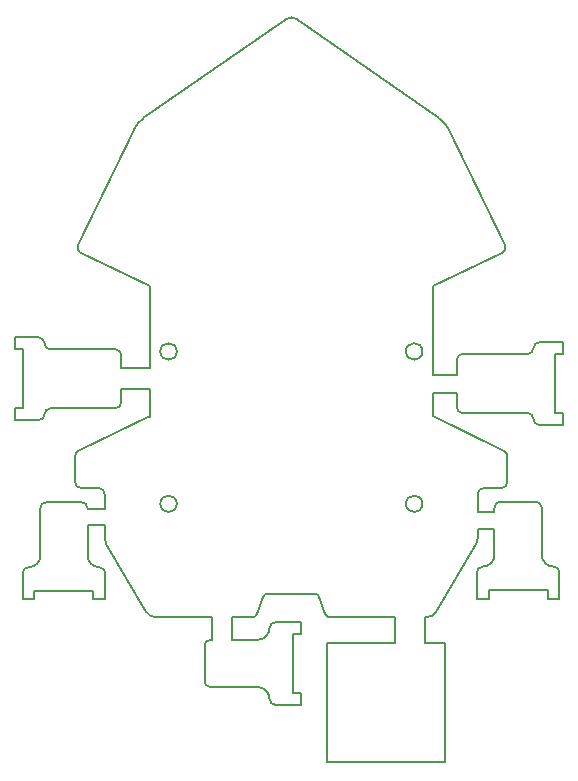
<source format=gbr>
G04 #@! TF.GenerationSoftware,KiCad,Pcbnew,(5.0.1-3-g963ef8bb5)*
G04 #@! TF.CreationDate,2019-05-10T02:41:28+09:00*
G04 #@! TF.ProjectId,mouse_v2,6D6F7573655F76322E6B696361645F70,rev?*
G04 #@! TF.SameCoordinates,Original*
G04 #@! TF.FileFunction,Profile,NP*
%FSLAX46Y46*%
G04 Gerber Fmt 4.6, Leading zero omitted, Abs format (unit mm)*
G04 Created by KiCad (PCBNEW (5.0.1-3-g963ef8bb5)) date 2019年05月10日 金曜日 02:41:28*
%MOMM*%
%LPD*%
G01*
G04 APERTURE LIST*
%ADD10C,0.200000*%
%ADD11C,0.150000*%
G04 APERTURE END LIST*
D10*
X172470000Y-126810000D02*
X172470000Y-122810000D01*
X135020000Y-127860000D02*
G75*
G02X134020000Y-126860000I0J1000000D01*
G01*
X162720000Y-132110000D02*
X162620000Y-132110000D01*
X144420000Y-134010000D02*
X144470000Y-134010000D01*
D11*
X160020000Y-134310000D02*
X154270000Y-134310000D01*
X164270000Y-134310000D02*
X162620000Y-134310000D01*
X160020000Y-132110000D02*
X154520000Y-132110000D01*
X162620000Y-132110000D02*
X162620000Y-134310000D01*
X160020000Y-132110000D02*
X160020000Y-134310000D01*
X164270000Y-144310000D02*
X164270000Y-134310000D01*
X154270000Y-144310000D02*
X164270000Y-144310000D01*
X154270000Y-134310000D02*
X154270000Y-144310000D01*
X144520000Y-132110000D02*
X139820000Y-132110000D01*
X146220000Y-132110000D02*
X147970000Y-132110000D01*
X148420000Y-134010000D02*
X146220000Y-134010000D01*
X146220000Y-132110000D02*
X146220000Y-134010000D01*
X144520000Y-134010000D02*
X144520000Y-132110000D01*
X135470000Y-122910000D02*
X135470000Y-121660000D01*
X135470000Y-125360000D02*
X135470000Y-124310000D01*
X134020000Y-126860000D02*
X134020000Y-124310000D01*
X134020000Y-124310000D02*
X135470000Y-124310000D01*
X134020000Y-122910000D02*
X135470000Y-122910000D01*
X167070000Y-123210000D02*
X167070000Y-121660000D01*
X168470000Y-123210000D02*
X168470000Y-122810000D01*
X168470000Y-126810000D02*
X168470000Y-124660000D01*
X167070000Y-125360000D02*
X167070000Y-124660000D01*
X168470000Y-123210000D02*
X167070000Y-123210000D01*
X168470000Y-124660000D02*
X167070000Y-124660000D01*
X139270000Y-111010000D02*
X139270000Y-104110000D01*
X139270000Y-115110000D02*
X139270000Y-112760000D01*
X136870000Y-111010000D02*
X136870000Y-109910000D01*
X136870000Y-113910000D02*
X136870000Y-112760000D01*
X139270000Y-111010000D02*
X136870000Y-111010000D01*
X136870000Y-112760000D02*
X139270000Y-112760000D01*
X163270000Y-111610000D02*
X163270000Y-104110000D01*
X163270000Y-115060000D02*
X163270000Y-113110000D01*
X165270000Y-111610000D02*
X165270000Y-110310000D01*
X165270000Y-114310000D02*
X165270000Y-113110000D01*
X165270000Y-113110000D02*
X163270000Y-113110000D01*
X165270000Y-111610000D02*
X163270000Y-111610000D01*
D10*
X166970000Y-128310000D02*
G75*
G02X167470000Y-127810000I500000J0D01*
G01*
X168470000Y-126810000D02*
G75*
G02X167470000Y-127810000I-1000000J0D01*
G01*
X171970000Y-122310000D02*
G75*
G02X172470000Y-122810000I0J-500000D01*
G01*
X166970000Y-130510000D02*
X167970000Y-130510000D01*
X166970000Y-130510000D02*
X166970000Y-128310000D01*
X167970000Y-129810000D02*
X172970000Y-129810000D01*
X167970000Y-129810000D02*
X167970000Y-130510000D01*
X168970000Y-122310000D02*
X171970000Y-122310000D01*
X173470000Y-127810000D02*
G75*
G02X172470000Y-126810000I0J1000000D01*
G01*
X173470000Y-127810000D02*
G75*
G02X173970000Y-128310000I0J-500000D01*
G01*
X173970000Y-130510000D02*
X173970000Y-128310000D01*
X168470000Y-122810000D02*
G75*
G02X168970000Y-122310000I500000J0D01*
G01*
X173970000Y-130510000D02*
X172970000Y-130510000D01*
X172970000Y-129810000D02*
X172970000Y-130510000D01*
X143920000Y-134510000D02*
G75*
G02X144420000Y-134010000I500000J0D01*
G01*
X149420000Y-133010000D02*
G75*
G02X148420000Y-134010000I-1000000J0D01*
G01*
X151420000Y-138510000D02*
X152120000Y-138510000D01*
X149420000Y-133010000D02*
G75*
G02X149920000Y-132510000I500000J0D01*
G01*
X152120000Y-132510000D02*
X149920000Y-132510000D01*
X152120000Y-132510000D02*
X152120000Y-133510000D01*
X151420000Y-133510000D02*
X152120000Y-133510000D01*
X151420000Y-138510000D02*
X151420000Y-133510000D01*
X152120000Y-139510000D02*
X149920000Y-139510000D01*
X152120000Y-139510000D02*
X152120000Y-138510000D01*
X148420000Y-138010000D02*
G75*
G02X149420000Y-139010000I0J-1000000D01*
G01*
X144420000Y-138010000D02*
G75*
G02X143920000Y-137510000I0J500000D01*
G01*
X143920000Y-137510000D02*
X143920000Y-134510000D01*
X149920000Y-139510000D02*
G75*
G02X149420000Y-139010000I0J500000D01*
G01*
X148420000Y-138010000D02*
X144420000Y-138010000D01*
X135520000Y-130560000D02*
X134520000Y-130560000D01*
X129520000Y-129860000D02*
X134520000Y-129860000D01*
X135020000Y-127860000D02*
G75*
G02X135520000Y-128360000I0J-500000D01*
G01*
X130020000Y-122860000D02*
G75*
G02X130520000Y-122360000I500000J0D01*
G01*
X129520000Y-129860000D02*
X129520000Y-130560000D01*
X133520000Y-122360000D02*
G75*
G02X134020000Y-122860000I0J-500000D01*
G01*
X130520000Y-122360000D02*
X133520000Y-122360000D01*
X128520000Y-130560000D02*
X129520000Y-130560000D01*
X128520000Y-130560000D02*
X128520000Y-128360000D01*
X128520000Y-128360000D02*
G75*
G02X129020000Y-127860000I500000J0D01*
G01*
X134520000Y-129860000D02*
X134520000Y-130560000D01*
X130020000Y-126860000D02*
X130020000Y-122860000D01*
X135520000Y-130560000D02*
X135520000Y-128360000D01*
X130020000Y-126860000D02*
G75*
G02X129020000Y-127860000I-1000000J0D01*
G01*
X174270000Y-114810000D02*
X174270000Y-115810000D01*
X174270000Y-115810000D02*
X172270000Y-115810000D01*
X172270000Y-115810000D02*
G75*
G02X171770000Y-115310000I0J500000D01*
G01*
X171270000Y-114810000D02*
G75*
G02X171770000Y-115310000I0J-500000D01*
G01*
X171270000Y-114810000D02*
X165770000Y-114810000D01*
X165770000Y-114810000D02*
G75*
G02X165270000Y-114310000I0J500000D01*
G01*
X165270000Y-110310000D02*
G75*
G02X165770000Y-109810000I500000J0D01*
G01*
X171270000Y-109810000D02*
X165770000Y-109810000D01*
X171770000Y-109310000D02*
G75*
G02X171270000Y-109810000I-500000J0D01*
G01*
X171770000Y-109310000D02*
G75*
G02X172270000Y-108810000I500000J0D01*
G01*
X174270000Y-108810000D02*
X172270000Y-108810000D01*
X174270000Y-109810000D02*
X174270000Y-108810000D01*
X174270000Y-109810000D02*
X173570000Y-109810000D01*
X173570000Y-114810000D02*
X173570000Y-109810000D01*
X174270000Y-114810000D02*
X173570000Y-114810000D01*
X127870000Y-109410000D02*
X127870000Y-108410000D01*
X127870000Y-108410000D02*
X129870000Y-108410000D01*
X129870000Y-108410000D02*
G75*
G02X130370000Y-108910000I0J-500000D01*
G01*
X130870000Y-109410000D02*
G75*
G02X130370000Y-108910000I0J500000D01*
G01*
X130870000Y-109410000D02*
X136370000Y-109410000D01*
X136370000Y-109410000D02*
G75*
G02X136870000Y-109910000I0J-500000D01*
G01*
X136870000Y-113910000D02*
G75*
G02X136370000Y-114410000I-500000J0D01*
G01*
X130870000Y-114410000D02*
X136370000Y-114410000D01*
X130370000Y-114910000D02*
G75*
G02X130870000Y-114410000I500000J0D01*
G01*
X130370000Y-114910000D02*
G75*
G02X129870000Y-115410000I-500000J0D01*
G01*
X127870000Y-115410000D02*
X129870000Y-115410000D01*
X127870000Y-114410000D02*
X127870000Y-115410000D01*
X127870000Y-114410000D02*
X128570000Y-114410000D01*
X128570000Y-109410000D02*
X128570000Y-114410000D01*
X127870000Y-109410000D02*
X128570000Y-109410000D01*
X133420000Y-117930000D02*
X133240000Y-118020000D01*
X169280000Y-118020000D02*
X169130000Y-117930000D01*
X135596904Y-125890000D02*
X138968345Y-131611488D01*
X133458452Y-121155041D02*
G75*
G02X132958452Y-120655041I0J500000D01*
G01*
X133458452Y-121155041D02*
X134958452Y-121155041D01*
X135596904Y-125890000D02*
G75*
G02X135458452Y-125382324I861548J507676D01*
G01*
X148890598Y-130367004D02*
X148354246Y-131840620D01*
X132958452Y-118468436D02*
G75*
G02X133240507Y-118018436I500000J0D01*
G01*
X163548559Y-131611488D02*
G75*
G02X162687011Y-132103812I-861548J507676D01*
G01*
X139829893Y-132103812D02*
G75*
G02X138968345Y-131611488I0J1000000D01*
G01*
X154538535Y-132103812D02*
G75*
G02X154162658Y-131840620I0J400000D01*
G01*
X153626306Y-130367004D02*
X154162658Y-131840620D01*
X167058452Y-121655041D02*
G75*
G02X167558452Y-121155041I500000J0D01*
G01*
X153250429Y-130103812D02*
G75*
G02X153626306Y-130367004I0J-400000D01*
G01*
X149266475Y-130103812D02*
X153250429Y-130103812D01*
X169276397Y-118018436D02*
G75*
G02X169558452Y-118468436I-217945J-450000D01*
G01*
X132958452Y-118468436D02*
X132958452Y-120655041D01*
X148354246Y-131840620D02*
G75*
G02X147978369Y-132103812I-375877J136808D01*
G01*
X148890598Y-130367004D02*
G75*
G02X149266475Y-130103812I375877J-136808D01*
G01*
X169558452Y-118468436D02*
X169558452Y-120655041D01*
X169558452Y-120655041D02*
G75*
G02X169058452Y-121155041I-500000J0D01*
G01*
X169058452Y-121155041D02*
X167558452Y-121155041D01*
X134958452Y-121155041D02*
G75*
G02X135458452Y-121655041I0J-500000D01*
G01*
X167058452Y-125382324D02*
G75*
G02X166920000Y-125890000I-1000000J0D01*
G01*
X166920000Y-125890000D02*
X163548559Y-131611488D01*
X139272055Y-115091229D02*
X133410154Y-117930277D01*
X137919234Y-90825354D02*
G75*
G02X138735552Y-89867017I2250000J-1089725D01*
G01*
X138735552Y-89867017D02*
X150698582Y-81492671D01*
X150698583Y-81492670D02*
G75*
G02X151845528Y-81492671I573472J-819225D01*
G01*
X163808558Y-89867017D02*
X151845528Y-81492671D01*
X163808558Y-89867017D02*
G75*
G02X164624876Y-90825354I-1433682J-2048062D01*
G01*
X169354110Y-100590000D02*
X164624876Y-90825354D01*
X169354110Y-100590000D02*
G75*
G02X169122055Y-101257945I-450000J-217945D01*
G01*
X163272055Y-104091229D02*
X169122055Y-101257945D01*
X163272055Y-115091229D02*
X169133956Y-117930277D01*
X162372055Y-109591229D02*
G75*
G03X162372055Y-109591229I-700000J0D01*
G01*
X162372055Y-122491229D02*
G75*
G03X162372055Y-122491229I-700000J0D01*
G01*
X141572055Y-122491229D02*
G75*
G03X141572055Y-122491229I-700000J0D01*
G01*
X141572055Y-109591229D02*
G75*
G03X141572055Y-109591229I-700000J0D01*
G01*
X139272055Y-104091229D02*
X133422055Y-101257945D01*
X133422055Y-101257945D02*
G75*
G02X133190000Y-100590000I217945J450000D01*
G01*
X133190000Y-100590000D02*
X137919234Y-90825354D01*
M02*

</source>
